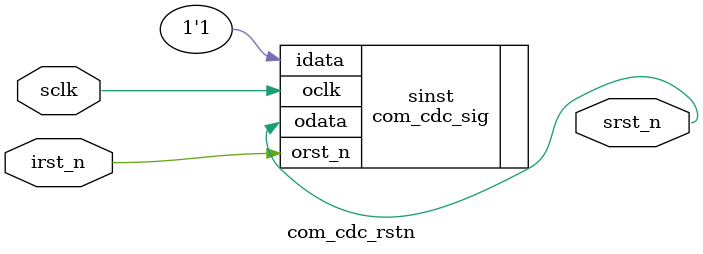
<source format=sv>

`ifndef com_cdc_rstn_v
`define com_cdc_rstn_v

module com_cdc_rstn(
    input   irst_n,
    input   sclk,
    output  srst_n
    );

    com_cdc_sig#(
        .DATA_W (1      )
        )sinst(
        .oclk   (sclk   ),
        .orst_n (irst_n ),
        .idata  (1'b1   ),
        .odata  (srst_n )
        );

endmodule

`endif

</source>
